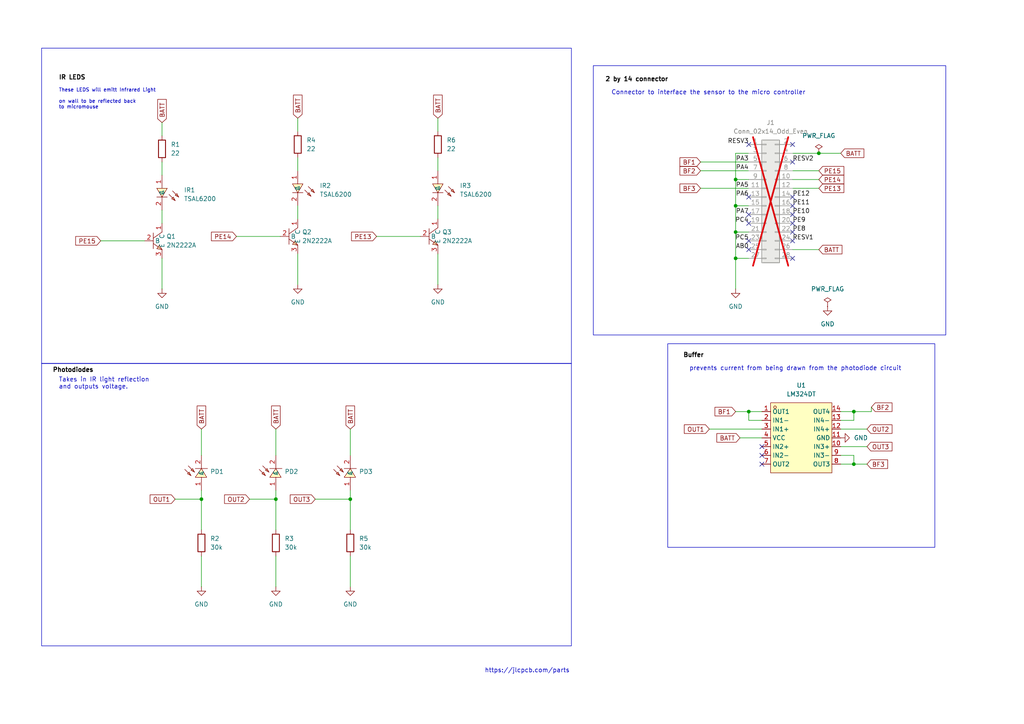
<source format=kicad_sch>
(kicad_sch (version 20231120) (generator "eeschema") (generator_version "8.0")
  (paper "A4")
  (title_block (title "Micromouse Sensor") (date "2024-03-19") (rev "v0.0") (company "UCT") (comment 1 "Author: Kealeboga Motlhankane") (comment 2 "Student No: MTLKEA016"))
  (lib_symbols
    (symbol "Connector_Generic:Conn_02x14_Odd_Even" (pin_names (offset 1.016) hide)
      (property "Reference" "J" (at 1.27 17.78 0))
      (property "Value" "Conn_02x14_Odd_Even" (at 1.27 -20.32 0))
      (symbol "Conn_02x14_Odd_Even_1_1"
        (rectangle (start -1.27 -17.653) (end 0 -17.907) (stroke (width 0.1524)))
        (rectangle (start -1.27 -15.113) (end 0 -15.367) (stroke (width 0.1524)))
        (rectangle (start -1.27 -12.573) (end 0 -12.827) (stroke (width 0.1524)))
        (rectangle (start -1.27 -10.033) (end 0 -10.287) (stroke (width 0.1524)))
        (rectangle (start -1.27 -7.493) (end 0 -7.747) (stroke (width 0.1524)))
        (rectangle (start -1.27 -4.953) (end 0 -5.207) (stroke (width 0.1524)))
        (rectangle (start -1.27 -2.413) (end 0 -2.667) (stroke (width 0.1524)))
        (rectangle (start -1.27 0.127) (end 0 -0.127) (stroke (width 0.1524)))
        (rectangle (start -1.27 2.667) (end 0 2.413) (stroke (width 0.1524)))
        (rectangle (start -1.27 5.207) (end 0 4.953) (stroke (width 0.1524)))
        (rectangle (start -1.27 7.747) (end 0 7.493) (stroke (width 0.1524)))
        (rectangle (start -1.27 10.287) (end 0 10.033) (stroke (width 0.1524)))
        (rectangle (start -1.27 12.827) (end 0 12.573) (stroke (width 0.1524)))
        (rectangle (start -1.27 15.367) (end 0 15.113) (stroke (width 0.1524)))
        (rectangle (start -1.27 16.51) (end 3.81 -19.05) (stroke (width 0.254)) (fill (type background)))
        (rectangle (start 3.81 -17.653) (end 2.54 -17.907) (stroke (width 0.1524)))
        (rectangle (start 3.81 -15.113) (end 2.54 -15.367) (stroke (width 0.1524)))
        (rectangle (start 3.81 -12.573) (end 2.54 -12.827) (stroke (width 0.1524)))
        (rectangle (start 3.81 -10.033) (end 2.54 -10.287) (stroke (width 0.1524)))
        (rectangle (start 3.81 -7.493) (end 2.54 -7.747) (stroke (width 0.1524)))
        (rectangle (start 3.81 -4.953) (end 2.54 -5.207) (stroke (width 0.1524)))
        (rectangle (start 3.81 -2.413) (end 2.54 -2.667) (stroke (width 0.1524)))
        (rectangle (start 3.81 0.127) (end 2.54 -0.127) (stroke (width 0.1524)))
        (rectangle (start 3.81 2.667) (end 2.54 2.413) (stroke (width 0.1524)))
        (rectangle (start 3.81 5.207) (end 2.54 4.953) (stroke (width 0.1524)))
        (rectangle (start 3.81 7.747) (end 2.54 7.493) (stroke (width 0.1524)))
        (rectangle (start 3.81 10.287) (end 2.54 10.033) (stroke (width 0.1524)))
        (rectangle (start 3.81 12.827) (end 2.54 12.573) (stroke (width 0.1524)))
        (rectangle (start 3.81 15.367) (end 2.54 15.113) (stroke (width 0.1524)))
        (pin passive line (at -5.08 15.24 0) (length 3.81) (name "Pin_1") (number "1"))
        (pin passive line (at 7.62 5.08 180) (length 3.81) (name "Pin_10") (number "10"))
        (pin passive line (at -5.08 2.54 0) (length 3.81) (name "Pin_11") (number "11"))
        (pin passive line (at 7.62 2.54 180) (length 3.81) (name "Pin_12") (number "12"))
        (pin passive line (at -5.08 0 0) (length 3.81) (name "Pin_13") (number "13"))
        (pin passive line (at 7.62 0 180) (length 3.81) (name "Pin_14") (number "14"))
        (pin passive line (at -5.08 -2.54 0) (length 3.81) (name "Pin_15") (number "15"))
        (pin passive line (at 7.62 -2.54 180) (length 3.81) (name "Pin_16") (number "16"))
        (pin passive line (at -5.08 -5.08 0) (length 3.81) (name "Pin_17") (number "17"))
        (pin passive line (at 7.62 -5.08 180) (length 3.81) (name "Pin_18") (number "18"))
        (pin passive line (at -5.08 -7.62 0) (length 3.81) (name "Pin_19") (number "19"))
        (pin passive line (at 7.62 15.24 180) (length 3.81) (name "Pin_2") (number "2"))
        (pin passive line (at 7.62 -7.62 180) (length 3.81) (name "Pin_20") (number "20"))
        (pin passive line (at -5.08 -10.16 0) (length 3.81) (name "Pin_21") (number "21"))
        (pin passive line (at 7.62 -10.16 180) (length 3.81) (name "Pin_22") (number "22"))
        (pin passive line (at -5.08 -12.7 0) (length 3.81) (name "Pin_23") (number "23"))
        (pin passive line (at 7.62 -12.7 180) (length 3.81) (name "Pin_24") (number "24"))
        (pin passive line (at -5.08 -15.24 0) (length 3.81) (name "Pin_25") (number "25"))
        (pin passive line (at 7.62 -15.24 180) (length 3.81) (name "Pin_26") (number "26"))
        (pin passive line (at -5.08 -17.78 0) (length 3.81) (name "Pin_27") (number "27"))
        (pin passive line (at 7.62 -17.78 180) (length 3.81) (name "Pin_28") (number "28"))
        (pin passive line (at -5.08 12.7 0) (length 3.81) (name "Pin_3") (number "3"))
        (pin passive line (at 7.62 12.7 180) (length 3.81) (name "Pin_4") (number "4"))
        (pin passive line (at -5.08 10.16 0) (length 3.81) (name "Pin_5") (number "5"))
        (pin passive line (at 7.62 10.16 180) (length 3.81) (name "Pin_6") (number "6"))
        (pin passive line (at -5.08 7.62 0) (length 3.81) (name "Pin_7") (number "7"))
        (pin passive line (at 7.62 7.62 180) (length 3.81) (name "Pin_8") (number "8"))
        (pin passive line (at -5.08 5.08 0) (length 3.81) (name "Pin_9") (number "9"))
      )
    )
    (symbol "Device:R" (pin_numbers hide) (pin_names (offset 0))
      (property "Reference" "R" (at 2.032 0 90))
      (property "Value" "R" (at 0 0 90))
      (symbol "R_0_1"
        (rectangle (start -1.016 -2.54) (end 1.016 2.54) (stroke (width 0.254)))
      )
      (symbol "R_1_1"
        (pin passive line (at 0 3.81 270) (length 1.27) (name "~") (number "1"))
        (pin passive line (at 0 -3.81 90) (length 1.27) (name "~") (number "2"))
      )
    )
    (symbol "easyeda2kicad:2N2222A"
      (property "Reference" "Q" (at 0 10.16 0))
      (property "Value" "2N2222A" (at 0 -10.16 0))
      (symbol "2N2222A_0_1"
        (polyline (pts (xy 0 -0.76) (xy 2.54 -2.54)))
        (polyline (pts (xy 0 2.29) (xy 0 -2.29)))
        (polyline (pts (xy 2.54 2.54) (xy 0 0.76)))
        (polyline (pts (xy 2.54 -2.54) (xy 1.78 -1.27) (xy 1.02 -2.29) (xy 2.54 -2.54)) (fill (type background)))
        (pin unspecified line (at 2.54 5.08 270) (length 2.54) (name "C") (number "1"))
        (pin unspecified line (at -2.54 0 0) (length 2.54) (name "B") (number "2"))
        (pin unspecified line (at 2.54 -5.08 90) (length 2.54) (name "E") (number "3"))
      )
    )
    (symbol "easyeda2kicad:LM324DT"
      (property "Reference" "U" (at 0 12.7 0))
      (property "Value" "LM324DT" (at 0 -12.7 0))
      (symbol "LM324DT_0_1"
        (rectangle (start -8.89 10.16) (end 8.89 -10.16) (fill (type background)))
        (circle (center -7.62 8.89) (radius 0.38))
        (pin unspecified line (at -11.43 7.62 0) (length 2.54) (name "OUT1") (number "1"))
        (pin unspecified line (at 11.43 -2.54 180) (length 2.54) (name "IN3+") (number "10"))
        (pin unspecified line (at 11.43 0 180) (length 2.54) (name "GND") (number "11"))
        (pin unspecified line (at 11.43 2.54 180) (length 2.54) (name "IN4+") (number "12"))
        (pin unspecified line (at 11.43 5.08 180) (length 2.54) (name "IN4-") (number "13"))
        (pin unspecified line (at 11.43 7.62 180) (length 2.54) (name "OUT4") (number "14"))
        (pin unspecified line (at -11.43 5.08 0) (length 2.54) (name "IN1-") (number "2"))
        (pin unspecified line (at -11.43 2.54 0) (length 2.54) (name "IN1+") (number "3"))
        (pin unspecified line (at -11.43 0 0) (length 2.54) (name "VCC") (number "4"))
        (pin unspecified line (at -11.43 -2.54 0) (length 2.54) (name "IN2+") (number "5"))
        (pin unspecified line (at -11.43 -5.08 0) (length 2.54) (name "IN2-") (number "6"))
        (pin unspecified line (at -11.43 -7.62 0) (length 2.54) (name "OUT2") (number "7"))
        (pin unspecified line (at 11.43 -7.62 180) (length 2.54) (name "OUT3") (number "8"))
        (pin unspecified line (at 11.43 -5.08 180) (length 2.54) (name "IN3-") (number "9"))
      )
    )
    (symbol "easyeda2kicad:PD333-3B_H0_L2"
      (property "Reference" "LED" (at 0 5.08 0))
      (property "Value" "PD333-3B/H0/L2" (at 0 -5.08 0))
      (symbol "PD333-3B_H0_L2_0_1"
        (polyline (pts (xy 1.02 4.83) (xy -0.76 3.05)))
        (polyline (pts (xy 1.27 -1.78) (xy 1.27 1.78)))
        (polyline (pts (xy 2.03 3.81) (xy 0.25 2.03)))
        (polyline (pts (xy -1.27 -1.52) (xy 1.27 0) (xy -1.27 1.78) (xy -1.27 -1.52)) (fill (type background)))
        (polyline (pts (xy -0.76 3.05) (xy 0.25 3.56) (xy -0.25 4.06) (xy -0.76 3.05)) (fill (type background)))
        (polyline (pts (xy 0.25 2.03) (xy 1.27 2.54) (xy 0.76 3.05) (xy 0.25 2.03)) (fill (type background)))
        (pin unspecified line (at -5.08 0 0) (length 3.81) (name "A") (number "1"))
        (pin unspecified line (at 5.08 0 180) (length 3.81) (name "C") (number "2"))
      )
    )
    (symbol "easyeda2kicad:TSAL6200"
      (property "Reference" "IR" (at 0 3.81 0))
      (property "Value" "TSAL6200" (at 0 -6.35 0))
      (symbol "TSAL6200_0_1"
        (polyline (pts (xy -0.51 1.78) (xy 1.27 3.56)))
        (polyline (pts (xy 0.51 0.76) (xy 2.29 2.54)))
        (polyline (pts (xy 1.27 0.25) (xy 1.27 -2.79)))
        (polyline (pts (xy -1.27 -2.79) (xy 1.27 -1.27) (xy -1.27 0.25) (xy -1.27 -2.79)) (fill (type background)))
        (polyline (pts (xy 1.27 3.56) (xy 0.25 3.05) (xy 0.76 2.54) (xy 1.27 3.56)) (fill (type background)))
        (polyline (pts (xy 2.29 2.54) (xy 1.27 2.03) (xy 1.78 1.52) (xy 2.29 2.54)) (fill (type background)))
        (pin input line (at -5.08 -1.27 0) (length 3.81) (name "A") (number "1"))
        (pin input line (at 5.08 -1.27 180) (length 3.81) (name "C") (number "2"))
      )
    )
    (symbol "power:GND" (power) (pin_numbers hide) (pin_names (offset 0) hide)
      (property "Value" "GND" (at 0 -3.81 0))
      (symbol "GND_0_1"
        (polyline (pts (xy 0 0) (xy 0 -1.27) (xy 1.27 -1.27) (xy 0 -2.54) (xy -1.27 -1.27) (xy 0 -1.27)))
      )
      (symbol "GND_1_1"
        (pin power_in line (at 0 0 270) (length 0) (name "~") (number "1"))
      )
    )
    (symbol "power:PWR_FLAG" (power) (pin_numbers hide) (pin_names (offset 0) hide)
      (property "Value" "PWR_FLAG" (at 0 3.81 0))
      (symbol "PWR_FLAG_0_0"
        (pin power_out line (at 0 0 90) (length 0) (name "~") (number "1"))
      )
      (symbol "PWR_FLAG_0_1"
        (polyline (pts (xy 0 0) (xy 0 1.27) (xy -1.016 1.905) (xy 0 2.54) (xy 1.016 1.905) (xy 0 1.27)))
      )
    )
  )
  (junction (at 217.17 119.38))
  (junction (at 213.36 52.07))
  (junction (at 213.36 74.93))
  (junction (at 213.36 67.31))
  (junction (at 80.01 144.78))
  (junction (at 237.49 44.45))
  (junction (at 58.42 144.78))
  (junction (at 247.65 119.38))
  (junction (at 213.36 59.69))
  (junction (at 101.6 144.78))
  (junction (at 247.65 134.62))
  (no_connect (at 217.17 62.23))
  (no_connect (at 229.87 64.77))
  (no_connect (at 229.87 67.31))
  (no_connect (at 220.98 132.08))
  (no_connect (at 220.98 129.54))
  (no_connect (at 229.87 69.85))
  (no_connect (at 220.98 134.62))
  (no_connect (at 229.87 62.23))
  (no_connect (at 217.17 72.39))
  (no_connect (at 217.17 41.91))
  (no_connect (at 217.17 64.77))
  (no_connect (at 229.87 46.99))
  (no_connect (at 229.87 57.15))
  (no_connect (at 229.87 74.93))
  (no_connect (at 217.17 57.15))
  (no_connect (at 229.87 41.91))
  (no_connect (at 229.87 59.69))
  (no_connect (at 217.17 69.85))
  (wire (pts (xy 109.22 68.58) (xy 121.92 68.58)))
  (wire (pts (xy 213.36 44.45) (xy 217.17 44.45)))
  (wire (pts (xy 46.99 46.99) (xy 46.99 50.8)))
  (wire (pts (xy 217.17 52.07) (xy 213.36 52.07)))
  (wire (pts (xy 243.84 119.38) (xy 247.65 119.38)))
  (wire (pts (xy 46.99 74.93) (xy 46.99 83.82)))
  (wire (pts (xy 213.36 74.93) (xy 213.36 83.82)))
  (wire (pts (xy 203.2 46.99) (xy 217.17 46.99)))
  (wire (pts (xy 203.2 49.53) (xy 217.17 49.53)))
  (wire (pts (xy 80.01 124.46) (xy 80.01 132.08)))
  (wire (pts (xy 91.44 144.78) (xy 101.6 144.78)))
  (wire (pts (xy 243.84 134.62) (xy 247.65 134.62)))
  (wire (pts (xy 58.42 161.29) (xy 58.42 170.18)))
  (wire (pts (xy 101.6 161.29) (xy 101.6 170.18)))
  (wire (pts (xy 58.42 142.24) (xy 58.42 144.78)))
  (wire (pts (xy 220.98 121.92) (xy 217.17 121.92)))
  (wire (pts (xy 101.6 144.78) (xy 101.6 153.67)))
  (wire (pts (xy 247.65 134.62) (xy 251.46 134.62)))
  (wire (pts (xy 203.2 54.61) (xy 217.17 54.61)))
  (wire (pts (xy 217.17 59.69) (xy 213.36 59.69)))
  (wire (pts (xy 58.42 124.46) (xy 58.42 132.08)))
  (wire (pts (xy 127 45.72) (xy 127 49.53)))
  (wire (pts (xy 213.36 44.45) (xy 213.36 52.07)))
  (wire (pts (xy 86.36 45.72) (xy 86.36 49.53)))
  (wire (pts (xy 252.73 118.11) (xy 252.73 119.38)))
  (wire (pts (xy 217.17 121.92) (xy 217.17 119.38)))
  (wire (pts (xy 243.84 129.54) (xy 251.46 129.54)))
  (wire (pts (xy 213.36 67.31) (xy 217.17 67.31)))
  (wire (pts (xy 229.87 52.07) (xy 237.49 52.07)))
  (wire (pts (xy 80.01 144.78) (xy 80.01 153.67)))
  (wire (pts (xy 213.36 67.31) (xy 213.36 74.93)))
  (wire (pts (xy 247.65 119.38) (xy 252.73 119.38)))
  (wire (pts (xy 101.6 124.46) (xy 101.6 132.08)))
  (wire (pts (xy 86.36 34.29) (xy 86.36 38.1)))
  (wire (pts (xy 50.8 144.78) (xy 58.42 144.78)))
  (wire (pts (xy 213.36 59.69) (xy 213.36 67.31)))
  (wire (pts (xy 72.39 144.78) (xy 80.01 144.78)))
  (wire (pts (xy 213.36 119.38) (xy 217.17 119.38)))
  (wire (pts (xy 86.36 59.69) (xy 86.36 63.5)))
  (wire (pts (xy 46.99 35.56) (xy 46.99 39.37)))
  (wire (pts (xy 80.01 161.29) (xy 80.01 170.18)))
  (wire (pts (xy 229.87 72.39) (xy 237.49 72.39)))
  (wire (pts (xy 213.36 74.93) (xy 217.17 74.93)))
  (wire (pts (xy 68.58 68.58) (xy 81.28 68.58)))
  (wire (pts (xy 46.99 60.96) (xy 46.99 64.77)))
  (wire (pts (xy 80.01 142.24) (xy 80.01 144.78)))
  (wire (pts (xy 86.36 73.66) (xy 86.36 82.55)))
  (wire (pts (xy 127 73.66) (xy 127 82.55)))
  (wire (pts (xy 127 34.29) (xy 127 38.1)))
  (wire (pts (xy 237.49 44.45) (xy 243.84 44.45)))
  (wire (pts (xy 101.6 142.24) (xy 101.6 144.78)))
  (wire (pts (xy 251.46 124.46) (xy 243.84 124.46)))
  (wire (pts (xy 243.84 132.08) (xy 247.65 132.08)))
  (wire (pts (xy 213.36 52.07) (xy 213.36 59.69)))
  (wire (pts (xy 127 59.69) (xy 127 63.5)))
  (wire (pts (xy 247.65 132.08) (xy 247.65 134.62)))
  (wire (pts (xy 229.87 44.45) (xy 237.49 44.45)))
  (wire (pts (xy 58.42 144.78) (xy 58.42 153.67)))
  (wire (pts (xy 243.84 121.92) (xy 247.65 121.92)))
  (wire (pts (xy 217.17 119.38) (xy 220.98 119.38)))
  (wire (pts (xy 220.98 127) (xy 214.63 127)))
  (wire (pts (xy 29.21 69.85) (xy 41.91 69.85)))
  (wire (pts (xy 229.87 54.61) (xy 237.49 54.61)))
  (wire (pts (xy 205.74 124.46) (xy 220.98 124.46)))
  (wire (pts (xy 247.65 121.92) (xy 247.65 119.38)))
  (wire (pts (xy 229.87 49.53) (xy 237.49 49.53)))
  (rectangle (start 193.675 99.695) (end 271.145 158.75))
  (rectangle (start 12.065 13.97) (end 165.735 105.41))
  (rectangle (start 172.085 19.05) (end 274.32 97.155))
  (rectangle (start 12.065 105.41) (end 165.735 187.325))
  (text "These LEDS will emitt Infrared Light\n\non wall to be reflected back \nto micromouse " (at 17.018 28.702 0) (effects (font (size 1.016 1.016)) (justify left)))
  (text "2 by 14 connector\n" (at 175.514 23.114 0) (effects (font (size 1.27 1.27) (bold yes)) (justify left)))
  (text "IR LEDS" (at 17.018 22.606 0) (effects (font (size 1.27 1.27) (thickness 0.254) (bold yes)) (justify left)))
  (text "Takes in IR light reflection\nand outputs voltage." (at 17.018 111.252 0) (effects (font (size 1.27 1.27)) (justify left)))
  (text "Connector to interface the sensor to the micro controller\n" (at 177.292 26.924 0) (effects (font (size 1.27 1.27)) (justify left)))
  (text "prevents current from being drawn from the photodiode circuit\n" (at 199.898 106.934 0) (effects (font (size 1.27 1.27)) (justify left)))
  (text "Photodiodes " (at 15.24 107.442 0) (effects (font (size 1.27 1.27) (bold yes)) (justify left)))
  (text "https://jlcpcb.com/parts" (at 152.908 194.564 0) (effects (font (size 1.27 1.27))))
  (text "Buffer\n" (at 198.12 103.124 0) (effects (font (size 1.27 1.27) (bold yes)) (justify left)))
  (label "PA5" (at 217.17 54.61 180))
  (label "PA7" (at 217.17 62.23 180))
  (label "PE12" (at 229.87 57.15 0))
  (label "PA3" (at 217.17 46.99 180))
  (label "AB0" (at 217.17 72.39 180))
  (label "RESV1" (at 229.87 69.85 0))
  (label "PE10" (at 229.87 62.23 0))
  (label "RESV3" (at 217.17 41.91 180))
  (label "PA4" (at 217.17 49.53 180))
  (label "PE11" (at 229.87 59.69 0))
  (label "PC5" (at 217.17 69.85 180))
  (label "RESV2" (at 229.87 46.99 0))
  (label "PC4" (at 217.17 64.77 180))
  (label "PA6" (at 217.17 57.15 180))
  (label "PE8" (at 229.87 67.31 0))
  (label "PE9" (at 229.87 64.77 0))
  (global_label "BATT" (shape input) (at 237.49 72.39 0) (property "Intersheetrefs" "${INTERSHEET_REFS}" (effects (hide yes))))
  (global_label "OUT2" (shape input) (at 72.39 144.78 180) (property "Intersheetrefs" "${INTERSHEET_REFS}" (effects (hide yes))))
  (global_label "BATT" (shape input) (at 243.84 44.45 0) (property "Intersheetrefs" "${INTERSHEET_REFS}" (effects (hide yes))))
  (global_label "BF1" (shape input) (at 213.36 119.38 180) (property "Intersheetrefs" "${INTERSHEET_REFS}" (effects (hide yes))))
  (global_label "BATT" (shape input) (at 58.42 124.46 90) (property "Intersheetrefs" "${INTERSHEET_REFS}" (effects (hide yes))))
  (global_label "OUT3" (shape input) (at 91.44 144.78 180) (property "Intersheetrefs" "${INTERSHEET_REFS}" (effects (hide yes))))
  (global_label "PE14" (shape input) (at 237.49 52.07 0) (property "Intersheetrefs" "${INTERSHEET_REFS}" (effects (hide yes))))
  (global_label "BATT" (shape input) (at 80.01 124.46 90) (property "Intersheetrefs" "${INTERSHEET_REFS}" (effects (hide yes))))
  (global_label "BATT" (shape input) (at 86.36 34.29 90) (property "Intersheetrefs" "${INTERSHEET_REFS}" (effects (hide yes))))
  (global_label "OUT2" (shape input) (at 251.46 124.46 0) (property "Intersheetrefs" "${INTERSHEET_REFS}" (effects (hide yes))))
  (global_label "PE15" (shape input) (at 237.49 49.53 0) (property "Intersheetrefs" "${INTERSHEET_REFS}" (effects (hide yes))))
  (global_label "OUT1" (shape input) (at 50.8 144.78 180) (property "Intersheetrefs" "${INTERSHEET_REFS}" (effects (hide yes))))
  (global_label "BF3" (shape input) (at 251.46 134.62 0) (property "Intersheetrefs" "${INTERSHEET_REFS}" (effects (hide yes))))
  (global_label "PE13" (shape input) (at 237.49 54.61 0) (property "Intersheetrefs" "${INTERSHEET_REFS}" (effects (hide yes))))
  (global_label "PE14" (shape input) (at 68.58 68.58 180) (property "Intersheetrefs" "${INTERSHEET_REFS}" (effects (hide yes))))
  (global_label "BF2" (shape input) (at 252.73 118.11 0) (property "Intersheetrefs" "${INTERSHEET_REFS}" (effects (hide yes))))
  (global_label "BATT" (shape input) (at 46.99 35.56 90) (property "Intersheetrefs" "${INTERSHEET_REFS}" (effects (hide yes))))
  (global_label "OUT1" (shape input) (at 205.74 124.46 180) (property "Intersheetrefs" "${INTERSHEET_REFS}" (effects (hide yes))))
  (global_label "BATT" (shape input) (at 127 34.29 90) (property "Intersheetrefs" "${INTERSHEET_REFS}" (effects (hide yes))))
  (global_label "PE13" (shape input) (at 109.22 68.58 180) (property "Intersheetrefs" "${INTERSHEET_REFS}" (effects (hide yes))))
  (global_label "OUT3" (shape input) (at 251.46 129.54 0) (property "Intersheetrefs" "${INTERSHEET_REFS}" (effects (hide yes))))
  (global_label "BF3" (shape input) (at 203.2 54.61 180) (property "Intersheetrefs" "${INTERSHEET_REFS}" (effects (hide yes))))
  (global_label "BATT" (shape input) (at 214.63 127 180) (property "Intersheetrefs" "${INTERSHEET_REFS}" (effects (hide yes))))
  (global_label "BATT" (shape input) (at 101.6 124.46 90) (property "Intersheetrefs" "${INTERSHEET_REFS}" (effects (hide yes))))
  (global_label "BF1" (shape input) (at 203.2 46.99 180) (property "Intersheetrefs" "${INTERSHEET_REFS}" (effects (hide yes))))
  (global_label "BF2" (shape input) (at 203.2 49.53 180) (property "Intersheetrefs" "${INTERSHEET_REFS}" (effects (hide yes))))
  (global_label "PE15" (shape input) (at 29.21 69.85 180) (property "Intersheetrefs" "${INTERSHEET_REFS}" (effects (hide yes))))
  (symbol (lib_id "Device:R") (at 127 41.91 0) (unit 1)
    (property "Reference" "R6" (at 129.54 40.6399 0) (effects (justify left)))
    (property "Value" "22" (at 129.54 43.1799 0) (effects (justify left)))
    (property "Footprint" "Resistor_SMD:R_0805_2012Metric" (effects (hide yes)))
    (property "Description" "Resistor" (effects (hide yes)))
  )
  (symbol (lib_id "easyeda2kicad:PD333-3B_H0_L2") (at 101.6 137.16 90) (unit 1)
    (property "Reference" "PD3" (at 104.14 136.7799 90) (effects (justify right)))
    (property "Value" "PD333-3B/H0/L2" (effects (hide yes)))
    (property "Footprint" "LED_THT:LED_D5.0mm_Horizontal_O1.27mm_Z3.0mm_IRGrey" (effects (hide yes)))
    (property "Datasheet" "https://lcsc.com/product-detail/Others_Everlight-Elec-PD333-3B-H0-L2_C95399.html" (effects (hide yes)))
    (property "LCSC Part" "C95399" (effects (hide yes)))
  )
  (symbol (lib_id "power:GND") (at 240.03 88.9 0) (unit 1)
    (property "Reference" "#PWR08" (effects (hide yes)))
    (property "Value" "GND" (at 240.03 93.98 0))
    (property "Description" "Power symbol creates a global label with name \"GND\" , ground" (effects (hide yes)))
  )
  (symbol (lib_id "power:GND") (at 80.01 170.18 0) (unit 1)
    (property "Reference" "#PWR03" (effects (hide yes)))
    (property "Value" "GND" (at 80.01 175.26 0))
    (property "Description" "Power symbol creates a global label with name \"GND\" , ground" (effects (hide yes)))
  )
  (symbol (lib_id "easyeda2kicad:2N2222A") (at 83.82 68.58 0) (unit 1)
    (property "Reference" "Q2" (at 87.63 67.3099 0) (effects (justify left)))
    (property "Value" "2N2222A" (at 87.63 69.8499 0) (effects (justify left)))
    (property "Footprint" "easyeda2kicad:TO-92-3_L4.8-W3.7-P2.54-R" (effects (hide yes)))
    (property "Datasheet" "https://lcsc.com/product-detail/Others_Foshan-Blue-Rocket-Elec-2N2222A_C358533.html" (effects (hide yes)))
    (property "LCSC Part" "C358533" (effects (hide yes)))
  )
  (symbol (lib_id "easyeda2kicad:TSAL6200") (at 87.63 54.61 270) (unit 1)
    (property "Reference" "IR2" (at 92.71 53.8499 90) (effects (justify left)))
    (property "Value" "TSAL6200" (at 92.71 56.3899 90) (effects (justify left)))
    (property "Footprint" "LED_THT:LED_D5.0mm_Horizontal_O1.27mm_Z3.0mm_IRBlack" (effects (hide yes)))
    (property "Datasheet" "https://lcsc.com/product-detail/Infrared-IR-LEDs_VISHAY_TSAL6200_TSAL6200_C55528.html" (effects (hide yes)))
    (property "LCSC Part" "C55528" (effects (hide yes)))
  )
  (symbol (lib_id "power:GND") (at 127 82.55 0) (unit 1)
    (property "Reference" "#PWR06" (effects (hide yes)))
    (property "Value" "GND" (at 127 87.63 0))
    (property "Description" "Power symbol creates a global label with name \"GND\" , ground" (effects (hide yes)))
  )
  (symbol (lib_id "power:GND") (at 86.36 82.55 0) (unit 1)
    (property "Reference" "#PWR04" (effects (hide yes)))
    (property "Value" "GND" (at 86.36 87.63 0))
    (property "Description" "Power symbol creates a global label with name \"GND\" , ground" (effects (hide yes)))
  )
  (symbol (lib_id "power:PWR_FLAG") (at 240.03 88.9 0) (unit 1)
    (property "Reference" "#FLG02" (effects (hide yes)))
    (property "Value" "PWR_FLAG" (at 240.03 83.82 0))
    (property "Description" "Special symbol for telling ERC where power comes from" (effects (hide yes)))
  )
  (symbol (lib_id "easyeda2kicad:PD333-3B_H0_L2") (at 80.01 137.16 90) (unit 1)
    (property "Reference" "PD2" (at 82.55 136.7799 90) (effects (justify right)))
    (property "Value" "PD333-3B/H0/L2" (effects (hide yes)))
    (property "Footprint" "LED_THT:LED_D5.0mm_Horizontal_O1.27mm_Z3.0mm_IRGrey" (effects (hide yes)))
    (property "Datasheet" "https://lcsc.com/product-detail/Others_Everlight-Elec-PD333-3B-H0-L2_C95399.html" (effects (hide yes)))
    (property "LCSC Part" "C95399" (effects (hide yes)))
  )
  (symbol (lib_id "power:GND") (at 58.42 170.18 0) (unit 1)
    (property "Reference" "#PWR02" (effects (hide yes)))
    (property "Value" "GND" (at 58.42 175.26 0))
    (property "Description" "Power symbol creates a global label with name \"GND\" , ground" (effects (hide yes)))
  )
  (symbol (lib_id "power:GND") (at 213.36 83.82 0) (unit 1)
    (property "Reference" "#PWR07" (effects (hide yes)))
    (property "Value" "GND" (at 213.36 88.9 0))
    (property "Description" "Power symbol creates a global label with name \"GND\" , ground" (effects (hide yes)))
  )
  (symbol (lib_id "easyeda2kicad:PD333-3B_H0_L2") (at 58.42 137.16 90) (unit 1)
    (property "Reference" "PD1" (at 60.96 136.7799 90) (effects (justify right)))
    (property "Value" "PD333-3B/H0/L2" (effects (hide yes)))
    (property "Footprint" "LED_THT:LED_D5.0mm_Horizontal_O1.27mm_Z3.0mm_IRGrey" (effects (hide yes)))
    (property "Datasheet" "https://lcsc.com/product-detail/Others_Everlight-Elec-PD333-3B-H0-L2_C95399.html" (effects (hide yes)))
    (property "LCSC Part" "C95399" (effects (hide yes)))
  )
  (symbol (lib_id "Device:R") (at 86.36 41.91 0) (unit 1)
    (property "Reference" "R4" (at 88.9 40.6399 0) (effects (justify left)))
    (property "Value" "22" (at 88.9 43.1799 0) (effects (justify left)))
    (property "Footprint" "Resistor_SMD:R_0805_2012Metric" (effects (hide yes)))
    (property "Description" "Resistor" (effects (hide yes)))
  )
  (symbol (lib_id "easyeda2kicad:LM324DT") (at 232.41 127 0) (unit 1)
    (property "Reference" "U1" (at 232.41 111.76 0))
    (property "Value" "LM324DT" (at 232.41 114.3 0))
    (property "Footprint" "easyeda2kicad:SOIC-14_L8.7-W3.9-P1.27-LS6.0-BL" (effects (hide yes)))
    (property "Datasheet" "https://lcsc.com/product-detail/General-Purpose-Amplifiers_STMicroelectronics_LM324DT_LM324DT_C71035.html" (effects (hide yes)))
    (property "LCSC Part" "C71035" (effects (hide yes)))
  )
  (symbol (lib_id "power:GND") (at 46.99 83.82 0) (unit 1)
    (property "Reference" "#PWR01" (effects (hide yes)))
    (property "Value" "GND" (at 46.99 88.9 0))
    (property "Description" "Power symbol creates a global label with name \"GND\" , ground" (effects (hide yes)))
  )
  (symbol (lib_id "Device:R") (at 80.01 157.48 0) (unit 1)
    (property "Reference" "R3" (at 82.55 156.2099 0) (effects (justify left)))
    (property "Value" "30k" (at 82.55 158.7499 0) (effects (justify left)))
    (property "Footprint" "Resistor_SMD:R_0805_2012Metric" (effects (hide yes)))
    (property "Description" "Resistor" (effects (hide yes)))
  )
  (symbol (lib_id "easyeda2kicad:2N2222A") (at 44.45 69.85 0) (unit 1)
    (property "Reference" "Q1" (at 48.26 68.5799 0) (effects (justify left)))
    (property "Value" "2N2222A" (at 48.26 71.1199 0) (effects (justify left)))
    (property "Footprint" "easyeda2kicad:TO-92-3_L4.8-W3.7-P2.54-R" (effects (hide yes)))
    (property "Datasheet" "https://lcsc.com/product-detail/Others_Foshan-Blue-Rocket-Elec-2N2222A_C358533.html" (effects (hide yes)))
    (property "LCSC Part" "C358533" (effects (hide yes)))
  )
  (symbol (lib_id "easyeda2kicad:TSAL6200") (at 128.27 54.61 270) (unit 1)
    (property "Reference" "IR3" (at 133.35 53.8499 90) (effects (justify left)))
    (property "Value" "TSAL6200" (at 133.35 56.3899 90) (effects (justify left)))
    (property "Footprint" "LED_THT:LED_D5.0mm_Horizontal_O1.27mm_Z3.0mm_IRBlack" (effects (hide yes)))
    (property "Datasheet" "https://lcsc.com/product-detail/Infrared-IR-LEDs_VISHAY_TSAL6200_TSAL6200_C55528.html" (effects (hide yes)))
    (property "LCSC Part" "C55528" (effects (hide yes)))
  )
  (symbol (lib_id "easyeda2kicad:TSAL6200") (at 48.26 55.88 270) (unit 1)
    (property "Reference" "IR1" (at 53.34 55.1199 90) (effects (justify left)))
    (property "Value" "TSAL6200" (at 53.34 57.6599 90) (effects (justify left)))
    (property "Footprint" "LED_THT:LED_D5.0mm_Horizontal_O1.27mm_Z3.0mm_IRBlack" (effects (hide yes)))
    (property "Datasheet" "https://lcsc.com/product-detail/Infrared-IR-LEDs_VISHAY_TSAL6200_TSAL6200_C55528.html" (effects (hide yes)))
    (property "LCSC Part" "C55528" (effects (hide yes)))
  )
  (symbol (lib_id "Device:R") (at 101.6 157.48 0) (unit 1)
    (property "Reference" "R5" (at 104.14 156.2099 0) (effects (justify left)))
    (property "Value" "30k" (at 104.14 158.7499 0) (effects (justify left)))
    (property "Footprint" "Resistor_SMD:R_0805_2012Metric" (effects (hide yes)))
    (property "Description" "Resistor" (effects (hide yes)))
  )
  (symbol (lib_id "power:PWR_FLAG") (at 237.49 44.45 0) (unit 1)
    (property "Reference" "#FLG01" (effects (hide yes)))
    (property "Value" "PWR_FLAG" (at 237.49 39.37 0))
    (property "Description" "Special symbol for telling ERC where power comes from" (effects (hide yes)))
  )
  (symbol (lib_id "Device:R") (at 58.42 157.48 0) (unit 1)
    (property "Reference" "R2" (at 60.96 156.2099 0) (effects (justify left)))
    (property "Value" "30k" (at 60.96 158.7499 0) (effects (justify left)))
    (property "Footprint" "Resistor_SMD:R_0805_2012Metric" (effects (hide yes)))
    (property "Description" "Resistor" (effects (hide yes)))
  )
  (symbol (lib_id "power:GND") (at 243.84 127 90) (unit 1)
    (property "Reference" "#PWR09" (effects (hide yes)))
    (property "Value" "GND" (at 247.65 126.9999 90) (effects (justify right)))
    (property "Description" "Power symbol creates a global label with name \"GND\" , ground" (effects (hide yes)))
  )
  (symbol (lib_id "Connector_Generic:Conn_02x14_Odd_Even") (at 222.25 57.15 0) (unit 1) (dnp yes)
    (property "Reference" "J1" (at 223.52 35.56 0))
    (property "Value" "Conn_02x14_Odd_Even" (at 223.52 38.1 0))
    (property "Footprint" "Connector_PinHeader_2.54mm:PinHeader_2x14_P2.54mm_Vertical" (effects (hide yes)))
    (property "Description" "Generic connector, double row, 02x14, odd/even pin numbering scheme (row 1 odd numbers, row 2 even numbers), script generated (kicad-library-utils/schlib/autogen/connector/)" (effects (hide yes)))
  )
  (symbol (lib_id "power:GND") (at 101.6 170.18 0) (unit 1)
    (property "Reference" "#PWR05" (effects (hide yes)))
    (property "Value" "GND" (at 101.6 175.26 0))
    (property "Description" "Power symbol creates a global label with name \"GND\" , ground" (effects (hide yes)))
  )
  (symbol (lib_id "easyeda2kicad:2N2222A") (at 124.46 68.58 0) (unit 1)
    (property "Reference" "Q3" (at 128.27 67.3099 0) (effects (justify left)))
    (property "Value" "2N2222A" (at 128.27 69.8499 0) (effects (justify left)))
    (property "Footprint" "easyeda2kicad:TO-92-3_L4.8-W3.7-P2.54-R" (effects (hide yes)))
    (property "Datasheet" "https://lcsc.com/product-detail/Others_Foshan-Blue-Rocket-Elec-2N2222A_C358533.html" (effects (hide yes)))
    (property "LCSC Part" "C358533" (effects (hide yes)))
  )
  (symbol (lib_id "Device:R") (at 46.99 43.18 0) (unit 1)
    (property "Reference" "R1" (at 49.53 41.9099 0) (effects (justify left)))
    (property "Value" "22" (at 49.53 44.4499 0) (effects (justify left)))
    (property "Footprint" "Resistor_SMD:R_0805_2012Metric" (effects (hide yes)))
    (property "Description" "Resistor" (effects (hide yes)))
  )
)
</source>
